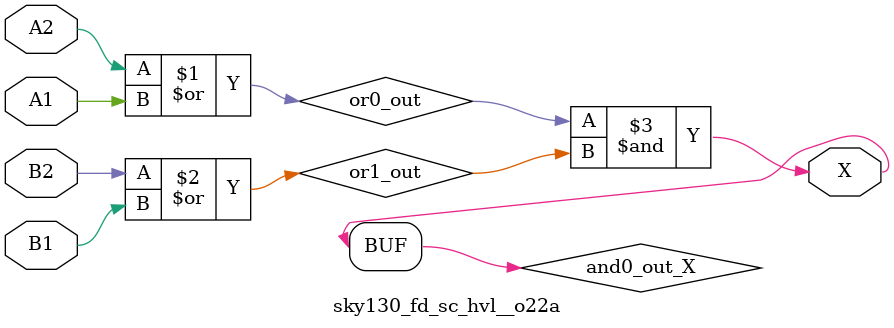
<source format=v>
/*
 * Copyright 2020 The SkyWater PDK Authors
 *
 * Licensed under the Apache License, Version 2.0 (the "License");
 * you may not use this file except in compliance with the License.
 * You may obtain a copy of the License at
 *
 *     https://www.apache.org/licenses/LICENSE-2.0
 *
 * Unless required by applicable law or agreed to in writing, software
 * distributed under the License is distributed on an "AS IS" BASIS,
 * WITHOUT WARRANTIES OR CONDITIONS OF ANY KIND, either express or implied.
 * See the License for the specific language governing permissions and
 * limitations under the License.
 *
 * SPDX-License-Identifier: Apache-2.0
*/


`ifndef SKY130_FD_SC_HVL__O22A_FUNCTIONAL_V
`define SKY130_FD_SC_HVL__O22A_FUNCTIONAL_V

/**
 * o22a: 2-input OR into both inputs of 2-input AND.
 *
 *       X = ((A1 | A2) & (B1 | B2))
 *
 * Verilog simulation functional model.
 */

`timescale 1ns / 1ps
`default_nettype none

`celldefine
module sky130_fd_sc_hvl__o22a (
    X ,
    A1,
    A2,
    B1,
    B2
);

    // Module ports
    output X ;
    input  A1;
    input  A2;
    input  B1;
    input  B2;

    // Local signals
    wire or0_out   ;
    wire or1_out   ;
    wire and0_out_X;

    //  Name  Output      Other arguments
    or  or0  (or0_out   , A2, A1          );
    or  or1  (or1_out   , B2, B1          );
    and and0 (and0_out_X, or0_out, or1_out);
    buf buf0 (X         , and0_out_X      );

endmodule
`endcelldefine

`default_nettype wire
`endif  // SKY130_FD_SC_HVL__O22A_FUNCTIONAL_V

</source>
